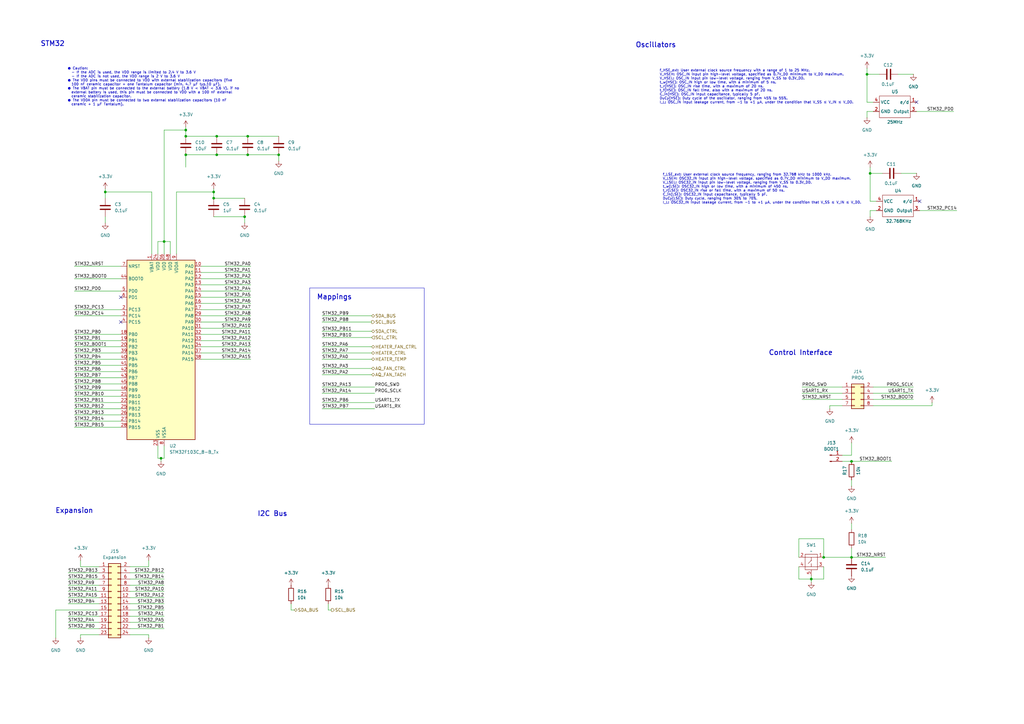
<source format=kicad_sch>
(kicad_sch (version 20231120) (generator "eeschema") (generator_version "8.0")
  (paper "A3")
  (lib_symbols
    (symbol "Connector:Conn_01x02_Pin" (pin_names (offset 1.016) hide)
      (property "Reference" "J" (at 0 2.54 0))
      (property "Value" "Conn_01x02_Pin" (at 0 -5.08 0))
      (symbol "Conn_01x02_Pin_1_1"
        (polyline (pts (xy 1.27 -2.54) (xy 0.8636 -2.54)) (stroke (width 0.1524)))
        (polyline (pts (xy 1.27 0) (xy 0.8636 0)) (stroke (width 0.1524)))
        (rectangle (start 0.8636 -2.413) (end 0 -2.667) (stroke (width 0.1524)) (fill (type outline)))
        (rectangle (start 0.8636 0.127) (end 0 -0.127) (stroke (width 0.1524)) (fill (type outline)))
        (pin passive line (at 5.08 0 180) (length 3.81) (name "Pin_1") (number "1"))
        (pin passive line (at 5.08 -2.54 180) (length 3.81) (name "Pin_2") (number "2"))
      )
    )
    (symbol "Connector_Generic:Conn_02x04_Odd_Even" (pin_names (offset 1.016) hide)
      (property "Reference" "J" (at 1.27 5.08 0))
      (property "Value" "Conn_02x04_Odd_Even" (at 1.27 -7.62 0))
      (symbol "Conn_02x04_Odd_Even_1_1"
        (rectangle (start -1.27 -4.953) (end 0 -5.207) (stroke (width 0.1524)))
        (rectangle (start -1.27 -2.413) (end 0 -2.667) (stroke (width 0.1524)))
        (rectangle (start -1.27 0.127) (end 0 -0.127) (stroke (width 0.1524)))
        (rectangle (start -1.27 2.667) (end 0 2.413) (stroke (width 0.1524)))
        (rectangle (start -1.27 3.81) (end 3.81 -6.35) (stroke (width 0.254)) (fill (type background)))
        (rectangle (start 3.81 -4.953) (end 2.54 -5.207) (stroke (width 0.1524)))
        (rectangle (start 3.81 -2.413) (end 2.54 -2.667) (stroke (width 0.1524)))
        (rectangle (start 3.81 0.127) (end 2.54 -0.127) (stroke (width 0.1524)))
        (rectangle (start 3.81 2.667) (end 2.54 2.413) (stroke (width 0.1524)))
        (pin passive line (at -5.08 2.54 0) (length 3.81) (name "Pin_1") (number "1"))
        (pin passive line (at 7.62 2.54 180) (length 3.81) (name "Pin_2") (number "2"))
        (pin passive line (at -5.08 0 0) (length 3.81) (name "Pin_3") (number "3"))
        (pin passive line (at 7.62 0 180) (length 3.81) (name "Pin_4") (number "4"))
        (pin passive line (at -5.08 -2.54 0) (length 3.81) (name "Pin_5") (number "5"))
        (pin passive line (at 7.62 -2.54 180) (length 3.81) (name "Pin_6") (number "6"))
        (pin passive line (at -5.08 -5.08 0) (length 3.81) (name "Pin_7") (number "7"))
        (pin passive line (at 7.62 -5.08 180) (length 3.81) (name "Pin_8") (number "8"))
      )
    )
    (symbol "Connector_Generic:Conn_02x12_Odd_Even" (pin_names (offset 1.016) hide)
      (property "Reference" "J" (at 1.27 15.24 0))
      (property "Value" "Conn_02x12_Odd_Even" (at 1.27 -17.78 0))
      (symbol "Conn_02x12_Odd_Even_1_1"
        (rectangle (start -1.27 -15.113) (end 0 -15.367) (stroke (width 0.1524)))
        (rectangle (start -1.27 -12.573) (end 0 -12.827) (stroke (width 0.1524)))
        (rectangle (start -1.27 -10.033) (end 0 -10.287) (stroke (width 0.1524)))
        (rectangle (start -1.27 -7.493) (end 0 -7.747) (stroke (width 0.1524)))
        (rectangle (start -1.27 -4.953) (end 0 -5.207) (stroke (width 0.1524)))
        (rectangle (start -1.27 -2.413) (end 0 -2.667) (stroke (width 0.1524)))
        (rectangle (start -1.27 0.127) (end 0 -0.127) (stroke (width 0.1524)))
        (rectangle (start -1.27 2.667) (end 0 2.413) (stroke (width 0.1524)))
        (rectangle (start -1.27 5.207) (end 0 4.953) (stroke (width 0.1524)))
        (rectangle (start -1.27 7.747) (end 0 7.493) (stroke (width 0.1524)))
        (rectangle (start -1.27 10.287) (end 0 10.033) (stroke (width 0.1524)))
        (rectangle (start -1.27 12.827) (end 0 12.573) (stroke (width 0.1524)))
        (rectangle (start -1.27 13.97) (end 3.81 -16.51) (stroke (width 0.254)) (fill (type background)))
        (rectangle (start 3.81 -15.113) (end 2.54 -15.367) (stroke (width 0.1524)))
        (rectangle (start 3.81 -12.573) (end 2.54 -12.827) (stroke (width 0.1524)))
        (rectangle (start 3.81 -10.033) (end 2.54 -10.287) (stroke (width 0.1524)))
        (rectangle (start 3.81 -7.493) (end 2.54 -7.747) (stroke (width 0.1524)))
        (rectangle (start 3.81 -4.953) (end 2.54 -5.207) (stroke (width 0.1524)))
        (rectangle (start 3.81 -2.413) (end 2.54 -2.667) (stroke (width 0.1524)))
        (rectangle (start 3.81 0.127) (end 2.54 -0.127) (stroke (width 0.1524)))
        (rectangle (start 3.81 2.667) (end 2.54 2.413) (stroke (width 0.1524)))
        (rectangle (start 3.81 5.207) (end 2.54 4.953) (stroke (width 0.1524)))
        (rectangle (start 3.81 7.747) (end 2.54 7.493) (stroke (width 0.1524)))
        (rectangle (start 3.81 10.287) (end 2.54 10.033) (stroke (width 0.1524)))
        (rectangle (start 3.81 12.827) (end 2.54 12.573) (stroke (width 0.1524)))
        (pin passive line (at -5.08 12.7 0) (length 3.81) (name "Pin_1") (number "1"))
        (pin passive line (at 7.62 2.54 180) (length 3.81) (name "Pin_10") (number "10"))
        (pin passive line (at -5.08 0 0) (length 3.81) (name "Pin_11") (number "11"))
        (pin passive line (at 7.62 0 180) (length 3.81) (name "Pin_12") (number "12"))
        (pin passive line (at -5.08 -2.54 0) (length 3.81) (name "Pin_13") (number "13"))
        (pin passive line (at 7.62 -2.54 180) (length 3.81) (name "Pin_14") (number "14"))
        (pin passive line (at -5.08 -5.08 0) (length 3.81) (name "Pin_15") (number "15"))
        (pin passive line (at 7.62 -5.08 180) (length 3.81) (name "Pin_16") (number "16"))
        (pin passive line (at -5.08 -7.62 0) (length 3.81) (name "Pin_17") (number "17"))
        (pin passive line (at 7.62 -7.62 180) (length 3.81) (name "Pin_18") (number "18"))
        (pin passive line (at -5.08 -10.16 0) (length 3.81) (name "Pin_19") (number "19"))
        (pin passive line (at 7.62 12.7 180) (length 3.81) (name "Pin_2") (number "2"))
        (pin passive line (at 7.62 -10.16 180) (length 3.81) (name "Pin_20") (number "20"))
        (pin passive line (at -5.08 -12.7 0) (length 3.81) (name "Pin_21") (number "21"))
        (pin passive line (at 7.62 -12.7 180) (length 3.81) (name "Pin_22") (number "22"))
        (pin passive line (at -5.08 -15.24 0) (length 3.81) (name "Pin_23") (number "23"))
        (pin passive line (at 7.62 -15.24 180) (length 3.81) (name "Pin_24") (number "24"))
        (pin passive line (at -5.08 10.16 0) (length 3.81) (name "Pin_3") (number "3"))
        (pin passive line (at 7.62 10.16 180) (length 3.81) (name "Pin_4") (number "4"))
        (pin passive line (at -5.08 7.62 0) (length 3.81) (name "Pin_5") (number "5"))
        (pin passive line (at 7.62 7.62 180) (length 3.81) (name "Pin_6") (number "6"))
        (pin passive line (at -5.08 5.08 0) (length 3.81) (name "Pin_7") (number "7"))
        (pin passive line (at 7.62 5.08 180) (length 3.81) (name "Pin_8") (number "8"))
        (pin passive line (at -5.08 2.54 0) (length 3.81) (name "Pin_9") (number "9"))
      )
    )
    (symbol "Device:C" (pin_numbers hide) (pin_names (offset 0.254))
      (property "Reference" "C" (at 0.635 2.54 0))
      (property "Value" "C" (at 0.635 -2.54 0))
      (symbol "C_0_1"
        (polyline (pts (xy -2.032 -0.762) (xy 2.032 -0.762)) (stroke (width 0.508)))
        (polyline (pts (xy -2.032 0.762) (xy 2.032 0.762)) (stroke (width 0.508)))
      )
      (symbol "C_1_1"
        (pin passive line (at 0 3.81 270) (length 2.794) (name "~") (number "1"))
        (pin passive line (at 0 -3.81 90) (length 2.794) (name "~") (number "2"))
      )
    )
    (symbol "Device:R" (pin_numbers hide) (pin_names (offset 0))
      (property "Reference" "R" (at 2.032 0 90))
      (property "Value" "R" (at 0 0 90))
      (symbol "R_0_1"
        (rectangle (start -1.016 -2.54) (end 1.016 2.54) (stroke (width 0.254)))
      )
      (symbol "R_1_1"
        (pin passive line (at 0 3.81 270) (length 1.27) (name "~") (number "1"))
        (pin passive line (at 0 -3.81 90) (length 1.27) (name "~") (number "2"))
      )
    )
    (symbol "MCU_ST_STM32F1:STM32F103C_8-B_Tx"
      (property "Reference" "U" (at -12.7 39.37 0))
      (property "Value" "STM32F103C_8-B_Tx" (at 10.16 39.37 0))
      (symbol "STM32F103C_8-B_Tx_0_1"
        (rectangle (start -12.7 -35.56) (end 15.24 38.1) (stroke (width 0.254)) (fill (type background)))
      )
      (symbol "STM32F103C_8-B_Tx_1_1"
        (pin power_in line (at -2.54 40.64 270) (length 2.54) (name "VBAT") (number "1"))
        (pin bidirectional line (at 17.78 35.56 180) (length 2.54) (name "PA0") (number "10"))
        (pin bidirectional line (at 17.78 33.02 180) (length 2.54) (name "PA1") (number "11"))
        (pin bidirectional line (at 17.78 30.48 180) (length 2.54) (name "PA2") (number "12"))
        (pin bidirectional line (at 17.78 27.94 180) (length 2.54) (name "PA3") (number "13"))
        (pin bidirectional line (at 17.78 25.4 180) (length 2.54) (name "PA4") (number "14"))
        (pin bidirectional line (at 17.78 22.86 180) (length 2.54) (name "PA5") (number "15"))
        (pin bidirectional line (at 17.78 20.32 180) (length 2.54) (name "PA6") (number "16"))
        (pin bidirectional line (at 17.78 17.78 180) (length 2.54) (name "PA7") (number "17"))
        (pin bidirectional line (at -15.24 7.62 0) (length 2.54) (name "PB0") (number "18"))
        (pin bidirectional line (at -15.24 5.08 0) (length 2.54) (name "PB1") (number "19"))
        (pin bidirectional line (at -15.24 17.78 0) (length 2.54) (name "PC13") (number "2"))
        (pin bidirectional line (at -15.24 2.54 0) (length 2.54) (name "PB2") (number "20"))
        (pin bidirectional line (at -15.24 -17.78 0) (length 2.54) (name "PB10") (number "21"))
        (pin bidirectional line (at -15.24 -20.32 0) (length 2.54) (name "PB11") (number "22"))
        (pin power_in line (at 0 -38.1 90) (length 2.54) (name "VSS") (number "23"))
        (pin power_in line (at 0 40.64 270) (length 2.54) (name "VDD") (number "24"))
        (pin bidirectional line (at -15.24 -22.86 0) (length 2.54) (name "PB12") (number "25"))
        (pin bidirectional line (at -15.24 -25.4 0) (length 2.54) (name "PB13") (number "26"))
        (pin bidirectional line (at -15.24 -27.94 0) (length 2.54) (name "PB14") (number "27"))
        (pin bidirectional line (at -15.24 -30.48 0) (length 2.54) (name "PB15") (number "28"))
        (pin bidirectional line (at 17.78 15.24 180) (length 2.54) (name "PA8") (number "29"))
        (pin bidirectional line (at -15.24 15.24 0) (length 2.54) (name "PC14") (number "3"))
        (pin bidirectional line (at 17.78 12.7 180) (length 2.54) (name "PA9") (number "30"))
        (pin bidirectional line (at 17.78 10.16 180) (length 2.54) (name "PA10") (number "31"))
        (pin bidirectional line (at 17.78 7.62 180) (length 2.54) (name "PA11") (number "32"))
        (pin bidirectional line (at 17.78 5.08 180) (length 2.54) (name "PA12") (number "33"))
        (pin bidirectional line (at 17.78 2.54 180) (length 2.54) (name "PA13") (number "34"))
        (pin passive line (at 0 -38.1 90) (length 2.54) hide (name "VSS") (number "35"))
        (pin power_in line (at 2.54 40.64 270) (length 2.54) (name "VDD") (number "36"))
        (pin bidirectional line (at 17.78 0 180) (length 2.54) (name "PA14") (number "37"))
        (pin bidirectional line (at 17.78 -2.54 180) (length 2.54) (name "PA15") (number "38"))
        (pin bidirectional line (at -15.24 0 0) (length 2.54) (name "PB3") (number "39"))
        (pin bidirectional line (at -15.24 12.7 0) (length 2.54) (name "PC15") (number "4"))
        (pin bidirectional line (at -15.24 -2.54 0) (length 2.54) (name "PB4") (number "40"))
        (pin bidirectional line (at -15.24 -5.08 0) (length 2.54) (name "PB5") (number "41"))
        (pin bidirectional line (at -15.24 -7.62 0) (length 2.54) (name "PB6") (number "42"))
        (pin bidirectional line (at -15.24 -10.16 0) (length 2.54) (name "PB7") (number "43"))
        (pin input line (at -15.24 30.48 0) (length 2.54) (name "BOOT0") (number "44"))
        (pin bidirectional line (at -15.24 -12.7 0) (length 2.54) (name "PB8") (number "45"))
        (pin bidirectional line (at -15.24 -15.24 0) (length 2.54) (name "PB9") (number "46"))
        (pin passive line (at 0 -38.1 90) (length 2.54) hide (name "VSS") (number "47"))
        (pin power_in line (at 5.08 40.64 270) (length 2.54) (name "VDD") (number "48"))
        (pin bidirectional line (at -15.24 25.4 0) (length 2.54) (name "PD0") (number "5"))
        (pin bidirectional line (at -15.24 22.86 0) (length 2.54) (name "PD1") (number "6"))
        (pin input line (at -15.24 35.56 0) (length 2.54) (name "NRST") (number "7"))
        (pin power_in line (at 2.54 -38.1 90) (length 2.54) (name "VSSA") (number "8"))
        (pin power_in line (at 7.62 40.64 270) (length 2.54) (name "VDDA") (number "9"))
      )
    )
    (symbol "Switch:TS3315A"
      (property "Reference" "SW1" (at 0 2.54 0))
      (property "Value" "~" (at 0 0 0))
      (symbol "TS3315A_0_1"
        (rectangle (start -2.54 -1.27) (end 2.54 -7.62))
        (circle (center 0 -3.81) (radius 0.0001))
        (polyline (pts (xy -2.54 -6.35) (xy 2.54 -6.35)))
        (polyline (pts (xy -2.54 -2.54) (xy 2.54 -2.54)))
        (polyline (pts (xy 0 -6.35) (xy 0 -5.08)))
        (polyline (pts (xy 0 -3.81) (xy 1.27 -5.08)))
        (polyline (pts (xy 0 -2.54) (xy 0 -3.81)))
      )
      (symbol "TS3315A_1_1"
        (pin free line (at -5.08 -2.54 0) (length 2.54) (name "") (number "1"))
        (pin free line (at 5.08 -2.54 180) (length 2.54) (name "") (number "2"))
        (pin free line (at -5.08 -6.35 0) (length 2.54) (name "") (number "3"))
        (pin free line (at 5.08 -6.35 180) (length 2.54) (name "") (number "4"))
        (pin power_out line (at 0 -10.16 90) (length 2.54) (name "") (number "5"))
      )
    )
    (symbol "ot322525mjba4sl:OT322525MJBA4SL"
      (property "Reference" "U5" (at 0 0.508 0))
      (property "Value" "25MHz" (at 0 -11.938 0))
      (symbol "OT322525MJBA4SL_0_1"
        (rectangle (start -6.35 -1.27) (end 6.35 -10.16))
      )
      (symbol "OT322525MJBA4SL_1_1"
        (pin input line (at 8.89 -3.81 180) (length 2.54) (name "e/d") (number "1"))
        (pin power_out line (at -8.89 -7.62 0) (length 2.54) (name "GND") (number "2"))
        (pin output line (at 8.89 -7.62 180) (length 2.54) (name "Output") (number "3"))
        (pin power_in line (at -8.89 -3.81 0) (length 2.54) (name "VCC") (number "4"))
      )
    )
    (symbol "power:+3.3V" (power) (pin_numbers hide) (pin_names (offset 0) hide)
      (property "Value" "+3.3V" (at 0 3.556 0))
      (symbol "+3.3V_0_1"
        (polyline (pts (xy -0.762 1.27) (xy 0 2.54)))
        (polyline (pts (xy 0 0) (xy 0 2.54)))
        (polyline (pts (xy 0 2.54) (xy 0.762 1.27)))
      )
      (symbol "+3.3V_1_1"
        (pin power_in line (at 0 0 90) (length 0) (name "~") (number "1"))
      )
    )
    (symbol "power:GND" (power) (pin_numbers hide) (pin_names (offset 0) hide)
      (property "Value" "GND" (at 0 -3.81 0))
      (symbol "GND_0_1"
        (polyline (pts (xy 0 0) (xy 0 -1.27) (xy 1.27 -1.27) (xy 0 -2.54) (xy -1.27 -1.27) (xy 0 -1.27)))
      )
      (symbol "GND_1_1"
        (pin power_in line (at 0 0 270) (length 0) (name "~") (number "1"))
      )
    )
    (symbol "sx3m32.768km20f30tnn:SX3M32.768KM20F30TNN"
      (property "Reference" "U4" (at 0 0.508 0))
      (property "Value" "32.768KHz" (at 0.254 -11.938 0))
      (symbol "SX3M32.768KM20F30TNN_0_1"
        (rectangle (start -6.35 -1.27) (end 6.35 -10.16))
      )
      (symbol "SX3M32.768KM20F30TNN_1_1"
        (pin input line (at 8.89 -3.81 180) (length 2.54) (name "e/d") (number "1"))
        (pin power_out line (at -8.89 -7.62 0) (length 2.54) (name "GND") (number "2"))
        (pin output line (at 8.89 -7.62 180) (length 2.54) (name "Output") (number "3"))
        (pin power_in line (at -8.89 -3.81 0) (length 2.54) (name "VCC") (number "4"))
      )
    )
  )
  (junction (at 355.6 30.48))
  (junction (at 88.9 63.5))
  (junction (at 43.18 78.74))
  (junction (at 349.25 189.23))
  (junction (at 101.6 55.88))
  (junction (at 337.82 228.6))
  (junction (at 76.2 63.5))
  (junction (at 332.74 237.49))
  (junction (at 76.2 55.88))
  (junction (at 349.25 228.6))
  (junction (at 76.2 53.34))
  (junction (at 356.87 71.12))
  (junction (at 101.6 63.5))
  (junction (at 66.04 187.96))
  (junction (at 88.9 55.88))
  (junction (at 67.31 99.06))
  (junction (at 100.33 88.9))
  (junction (at 87.63 78.74))
  (junction (at 87.63 81.28))
  (junction (at 114.3 63.5))
  (no_connect (at 377.19 82.55))
  (no_connect (at 49.53 121.92))
  (no_connect (at 49.53 132.08))
  (no_connect (at 375.92 41.91))
  (wire (pts (xy 358.14 158.75) (xy 374.65 158.75)))
  (wire (pts (xy 132.08 165.1) (xy 153.67 165.1)))
  (wire (pts (xy 345.44 166.37) (xy 340.36 166.37)))
  (wire (pts (xy 27.94 234.95) (xy 40.64 234.95)))
  (wire (pts (xy 53.34 237.49) (xy 67.31 237.49)))
  (wire (pts (xy 27.94 257.81) (xy 40.64 257.81)))
  (wire (pts (xy 30.48 119.38) (xy 49.53 119.38)))
  (wire (pts (xy 64.77 104.14) (xy 64.77 99.06)))
  (wire (pts (xy 152.4 151.13) (xy 132.08 151.13)))
  (wire (pts (xy 67.31 99.06) (xy 67.31 53.34)))
  (wire (pts (xy 132.08 135.89) (xy 152.4 135.89)))
  (wire (pts (xy 356.87 71.12) (xy 361.95 71.12)))
  (wire (pts (xy 349.25 196.85) (xy 349.25 199.39)))
  (wire (pts (xy 30.48 129.54) (xy 49.53 129.54)))
  (wire (pts (xy 349.25 186.69) (xy 345.44 186.69)))
  (wire (pts (xy 67.31 187.96) (xy 66.04 187.96)))
  (wire (pts (xy 43.18 88.9) (xy 43.18 91.44)))
  (wire (pts (xy 327.66 237.49) (xy 332.74 237.49)))
  (wire (pts (xy 359.41 82.55) (xy 356.87 82.55)))
  (wire (pts (xy 30.48 114.3) (xy 49.53 114.3)))
  (wire (pts (xy 40.64 260.35) (xy 33.02 260.35)))
  (wire (pts (xy 62.23 78.74) (xy 43.18 78.74)))
  (wire (pts (xy 356.87 68.58) (xy 356.87 71.12)))
  (wire (pts (xy 33.02 260.35) (xy 33.02 261.62)))
  (wire (pts (xy 82.55 124.46) (xy 102.87 124.46)))
  (wire (pts (xy 355.6 41.91) (xy 355.6 30.48)))
  (wire (pts (xy 53.34 245.11) (xy 67.31 245.11)))
  (wire (pts (xy 76.2 63.5) (xy 88.9 63.5)))
  (wire (pts (xy 82.55 111.76) (xy 102.87 111.76)))
  (wire (pts (xy 67.31 99.06) (xy 69.85 99.06)))
  (wire (pts (xy 22.86 261.62) (xy 22.86 250.19)))
  (wire (pts (xy 132.08 161.29) (xy 153.67 161.29)))
  (wire (pts (xy 345.44 161.29) (xy 328.93 161.29)))
  (wire (pts (xy 374.65 163.83) (xy 358.14 163.83)))
  (wire (pts (xy 349.25 189.23) (xy 365.76 189.23)))
  (wire (pts (xy 60.96 260.35) (xy 60.96 261.62)))
  (wire (pts (xy 349.25 228.6) (xy 363.22 228.6)))
  (wire (pts (xy 358.14 41.91) (xy 355.6 41.91)))
  (wire (pts (xy 67.31 182.88) (xy 67.31 187.96)))
  (wire (pts (xy 53.34 242.57) (xy 67.31 242.57)))
  (wire (pts (xy 82.55 129.54) (xy 102.87 129.54)))
  (wire (pts (xy 76.2 53.34) (xy 76.2 55.88)))
  (wire (pts (xy 87.63 77.47) (xy 87.63 78.74)))
  (wire (pts (xy 391.16 45.72) (xy 375.92 45.72)))
  (wire (pts (xy 132.08 129.54) (xy 152.4 129.54)))
  (wire (pts (xy 369.57 71.12) (xy 375.92 71.12)))
  (wire (pts (xy 332.74 238.76) (xy 332.74 237.49)))
  (wire (pts (xy 88.9 63.5) (xy 101.6 63.5)))
  (wire (pts (xy 358.14 45.72) (xy 355.6 45.72)))
  (wire (pts (xy 22.86 250.19) (xy 40.64 250.19)))
  (wire (pts (xy 134.62 250.19) (xy 135.89 250.19)))
  (wire (pts (xy 53.34 250.19) (xy 67.31 250.19)))
  (wire (pts (xy 30.48 165.1) (xy 49.53 165.1)))
  (wire (pts (xy 337.82 220.98) (xy 327.66 220.98)))
  (wire (pts (xy 82.55 127) (xy 102.87 127)))
  (wire (pts (xy 53.34 252.73) (xy 67.31 252.73)))
  (wire (pts (xy 30.48 160.02) (xy 49.53 160.02)))
  (wire (pts (xy 332.74 237.49) (xy 332.74 236.22)))
  (wire (pts (xy 392.43 86.36) (xy 377.19 86.36)))
  (wire (pts (xy 132.08 138.43) (xy 152.4 138.43)))
  (wire (pts (xy 134.62 247.65) (xy 134.62 250.19)))
  (wire (pts (xy 382.27 166.37) (xy 382.27 165.1)))
  (wire (pts (xy 53.34 255.27) (xy 67.31 255.27)))
  (wire (pts (xy 358.14 161.29) (xy 374.65 161.29)))
  (wire (pts (xy 359.41 86.36) (xy 356.87 86.36)))
  (wire (pts (xy 30.48 149.86) (xy 49.53 149.86)))
  (wire (pts (xy 30.48 154.94) (xy 49.53 154.94)))
  (wire (pts (xy 358.14 166.37) (xy 382.27 166.37)))
  (wire (pts (xy 337.82 228.6) (xy 349.25 228.6)))
  (wire (pts (xy 114.3 63.5) (xy 114.3 66.04)))
  (wire (pts (xy 87.63 88.9) (xy 100.33 88.9)))
  (wire (pts (xy 132.08 144.78) (xy 152.4 144.78)))
  (wire (pts (xy 340.36 166.37) (xy 340.36 167.64)))
  (wire (pts (xy 82.55 139.7) (xy 102.87 139.7)))
  (wire (pts (xy 82.55 137.16) (xy 102.87 137.16)))
  (wire (pts (xy 82.55 134.62) (xy 102.87 134.62)))
  (wire (pts (xy 345.44 163.83) (xy 328.93 163.83)))
  (wire (pts (xy 53.34 260.35) (xy 60.96 260.35)))
  (wire (pts (xy 30.48 172.72) (xy 49.53 172.72)))
  (wire (pts (xy 355.6 45.72) (xy 355.6 48.26)))
  (wire (pts (xy 87.63 78.74) (xy 87.63 81.28)))
  (wire (pts (xy 132.08 147.32) (xy 152.4 147.32)))
  (wire (pts (xy 66.04 187.96) (xy 66.04 189.23)))
  (wire (pts (xy 33.02 232.41) (xy 40.64 232.41)))
  (wire (pts (xy 101.6 63.5) (xy 114.3 63.5)))
  (wire (pts (xy 82.55 132.08) (xy 102.87 132.08)))
  (wire (pts (xy 30.48 157.48) (xy 49.53 157.48)))
  (wire (pts (xy 43.18 77.47) (xy 43.18 78.74)))
  (wire (pts (xy 119.38 247.65) (xy 119.38 250.19)))
  (wire (pts (xy 337.82 237.49) (xy 332.74 237.49)))
  (wire (pts (xy 30.48 137.16) (xy 49.53 137.16)))
  (wire (pts (xy 30.48 167.64) (xy 49.53 167.64)))
  (wire (pts (xy 327.66 232.41) (xy 327.66 237.49)))
  (wire (pts (xy 53.34 247.65) (xy 67.31 247.65)))
  (wire (pts (xy 337.82 232.41) (xy 337.82 237.49)))
  (wire (pts (xy 33.02 229.87) (xy 33.02 232.41)))
  (wire (pts (xy 43.18 78.74) (xy 43.18 81.28)))
  (wire (pts (xy 27.94 247.65) (xy 40.64 247.65)))
  (wire (pts (xy 27.94 252.73) (xy 40.64 252.73)))
  (wire (pts (xy 30.48 175.26) (xy 49.53 175.26)))
  (wire (pts (xy 30.48 109.22) (xy 49.53 109.22)))
  (wire (pts (xy 345.44 158.75) (xy 328.93 158.75)))
  (wire (pts (xy 349.25 214.63) (xy 349.25 217.17)))
  (wire (pts (xy 30.48 147.32) (xy 49.53 147.32)))
  (wire (pts (xy 82.55 144.78) (xy 102.87 144.78)))
  (wire (pts (xy 132.08 167.64) (xy 153.67 167.64)))
  (wire (pts (xy 30.48 139.7) (xy 49.53 139.7)))
  (wire (pts (xy 355.6 27.94) (xy 355.6 30.48)))
  (wire (pts (xy 69.85 99.06) (xy 69.85 104.14)))
  (wire (pts (xy 27.94 240.03) (xy 40.64 240.03)))
  (wire (pts (xy 27.94 255.27) (xy 40.64 255.27)))
  (wire (pts (xy 27.94 242.57) (xy 40.64 242.57)))
  (wire (pts (xy 368.3 30.48) (xy 374.65 30.48)))
  (wire (pts (xy 355.6 30.48) (xy 360.68 30.48)))
  (wire (pts (xy 30.48 170.18) (xy 49.53 170.18)))
  (wire (pts (xy 100.33 88.9) (xy 100.33 91.44)))
  (wire (pts (xy 72.39 78.74) (xy 87.63 78.74)))
  (wire (pts (xy 82.55 116.84) (xy 102.87 116.84)))
  (wire (pts (xy 82.55 121.92) (xy 102.87 121.92)))
  (wire (pts (xy 132.08 142.24) (xy 152.4 142.24)))
  (wire (pts (xy 356.87 86.36) (xy 356.87 88.9)))
  (wire (pts (xy 27.94 237.49) (xy 40.64 237.49)))
  (wire (pts (xy 82.55 109.22) (xy 102.87 109.22)))
  (wire (pts (xy 337.82 228.6) (xy 337.82 220.98)))
  (wire (pts (xy 76.2 68.58) (xy 76.2 63.5)))
  (wire (pts (xy 53.34 240.03) (xy 67.31 240.03)))
  (wire (pts (xy 76.2 52.07) (xy 76.2 53.34)))
  (wire (pts (xy 53.34 257.81) (xy 67.31 257.81)))
  (wire (pts (xy 76.2 55.88) (xy 88.9 55.88)))
  (wire (pts (xy 82.55 119.38) (xy 102.87 119.38)))
  (wire (pts (xy 101.6 55.88) (xy 114.3 55.88)))
  (wire (pts (xy 82.55 147.32) (xy 102.87 147.32)))
  (wire (pts (xy 67.31 99.06) (xy 67.31 104.14)))
  (wire (pts (xy 88.9 55.88) (xy 101.6 55.88)))
  (wire (pts (xy 60.96 232.41) (xy 53.34 232.41)))
  (wire (pts (xy 62.23 104.14) (xy 62.23 78.74)))
  (wire (pts (xy 72.39 104.14) (xy 72.39 78.74)))
  (wire (pts (xy 356.87 82.55) (xy 356.87 71.12)))
  (wire (pts (xy 66.04 187.96) (xy 64.77 187.96)))
  (wire (pts (xy 30.48 127) (xy 49.53 127)))
  (wire (pts (xy 67.31 53.34) (xy 76.2 53.34)))
  (wire (pts (xy 132.08 158.75) (xy 153.67 158.75)))
  (wire (pts (xy 60.96 229.87) (xy 60.96 232.41)))
  (wire (pts (xy 349.25 189.23) (xy 345.44 189.23)))
  (wire (pts (xy 327.66 220.98) (xy 327.66 228.6)))
  (wire (pts (xy 30.48 152.4) (xy 49.53 152.4)))
  (wire (pts (xy 30.48 144.78) (xy 49.53 144.78)))
  (wire (pts (xy 82.55 142.24) (xy 102.87 142.24)))
  (wire (pts (xy 27.94 245.11) (xy 40.64 245.11)))
  (wire (pts (xy 87.63 81.28) (xy 100.33 81.28)))
  (wire (pts (xy 53.34 234.95) (xy 67.31 234.95)))
  (wire (pts (xy 30.48 162.56) (xy 49.53 162.56)))
  (wire (pts (xy 64.77 187.96) (xy 64.77 182.88)))
  (wire (pts (xy 152.4 153.67) (xy 132.08 153.67)))
  (wire (pts (xy 132.08 132.08) (xy 152.4 132.08)))
  (wire (pts (xy 30.48 142.24) (xy 49.53 142.24)))
  (wire (pts (xy 349.25 224.79) (xy 349.25 228.6)))
  (wire (pts (xy 64.77 99.06) (xy 67.31 99.06)))
  (wire (pts (xy 82.55 114.3) (xy 102.87 114.3)))
  (wire (pts (xy 119.38 250.19) (xy 120.65 250.19)))
  (wire (pts (xy 349.25 181.61) (xy 349.25 186.69)))
  (rectangle (start 127 118.11) (end 173.99 173.99))
  (text "● Caution:\n  - If the ADC is used, the VDD range is limited to 2.4 V to 3.6 V\n  - If the ADC is not used, the VDD range is 2 V to 3.6 V\n● The VDD pins must be connected to VDD with external stabilization capacitors (five\n  100 nF ceramic capacitor + one Tantalum capacitor (min. 4.7 µF typ.10 µF).\n● The VBAT pin must be connected to the external battery (1.8 V < VBAT < 3.6 V). if no\n  external battery is used, this pin must be connected to VDD with a 100 nF external\n  ceramic stabilization capacitor.\n● The VDDA pin must be connected to two external stabilization capacitors (10 nF\n  ceramic + 1 µF Tantalum)." (at 27.686 35.56 0) (effects (font (size 1.016 1.016)) (justify left)))
  (text "f_HSE_ext: User external clock source frequency with a range of 1 to 25 MHz.\nV_HSEH: OSC_IN input pin high-level voltage, specified as 0.7V_DD minimum to V_DD maximum.\nV_HSEL: OSC_IN input pin low-level voltage, ranging from V_SS to 0.3V_DD.\nt_w(HSE): OSC_IN high or low time, with a minimum of 5 ns.\nt_r(HSE): OSC_IN rise time, with a maximum of 20 ns.\nt_f(HSE): OSC_IN fall time, also with a maximum of 20 ns.\nC_in(HSE): OSC_IN input capacitance, typically 5 pF.\nDuCy(HSE): Duty cycle of the oscillator, ranging from 45% to 55%.\nI_L: OSC_IN input leakage current, from -1 to +1 µA, under the condition that V_SS ≤ V_IN ≤ V_DD." (at 270.51 35.56 0) (effects (font (size 1.016 1.016)) (justify left)))
  (text "Expansion" (at 30.48 209.55 0) (effects (font (size 2.032 2.032) (thickness 0.3048) (bold yes))))
  (text "Oscillators" (at 268.986 18.542 0) (effects (font (size 2.032 2.032) (thickness 0.3048) (bold yes))))
  (text "Control Interface" (at 328.422 144.78 0) (effects (font (size 2.032 2.032) (thickness 0.3048) (bold yes))))
  (text "STM32" (at 21.59 18.034 0) (effects (font (size 2.032 2.032) (thickness 0.3048) (bold yes))))
  (text "I2C Bus" (at 111.76 210.82 0) (effects (font (size 2.032 2.032) (thickness 0.3048) (bold yes))))
  (text "Mappings" (at 137.16 121.92 0) (effects (font (size 2.032 2.032) (thickness 0.3048) (bold yes))))
  (text "f_LSE_ext: User external clock source frequency, ranging from 32.768 kHz to 1000 kHz.\nV_LSEH: OSC32_IN input pin high-level voltage, specified as 0.7V_DD minimum to V_DD maximum.\nV_LSEL: OSC32_IN input pin low-level voltage, ranging from V_SS to 0.3V_DD.\nt_w(LSE): OSC32_IN high or low time, with a minimum of 450 ns.\nt_r(LSE): OSC32_IN rise or fall time, with a maximum of 50 ns.\nC_in(LSE): OSC32_IN input capacitance, typically 5 pF.\nDuCy(LSE): Duty cycle, ranging from 30% to 70%.\nI_L: OSC32_IN input leakage current, from -1 to +1 µA, under the condition that V_SS ≤ V_IN ≤ V_DD." (at 271.78 77.47 0) (effects (font (size 1.016 1.016)) (justify left)))
  (label "STM32_PB11" (at 30.48 165.1 0))
  (label "STM32_PA12" (at 102.87 139.7 180))
  (label "STM32_PA15" (at 27.94 245.11 0))
  (label "STM32_PA8" (at 67.31 240.03 180))
  (label "STM32_PA14" (at 102.87 144.78 180))
  (label "STM32_PB8" (at 132.08 132.08 0))
  (label "STM32_BOOT0" (at 30.48 114.3 0))
  (label "STM32_PA6" (at 132.08 142.24 0))
  (label "STM32_PB8" (at 30.48 157.48 0))
  (label "STM32_PB4" (at 30.48 147.32 0))
  (label "STM32_PA5" (at 67.31 255.27 180))
  (label "STM32_PB5" (at 30.48 149.86 0))
  (label "STM32_NRST" (at 363.22 228.6 180))
  (label "STM32_PB0" (at 30.48 137.16 0))
  (label "STM32_PB13" (at 27.94 234.95 0))
  (label "STM32_PA13" (at 132.08 158.75 0))
  (label "STM32_PA10" (at 67.31 242.57 180))
  (label "STM32_PB3" (at 67.31 247.65 180))
  (label "STM32_PB7" (at 132.08 167.64 0))
  (label "STM32_PB5" (at 67.31 250.19 180))
  (label "STM32_PB1" (at 30.48 139.7 0))
  (label "STM32_PD0" (at 30.48 119.38 0))
  (label "STM32_PA14" (at 132.08 161.29 0))
  (label "STM32_PA11" (at 102.87 137.16 180))
  (label "STM32_PB14" (at 67.31 237.49 180))
  (label "STM32_PC14" (at 392.43 86.36 180))
  (label "STM32_PA8" (at 102.87 129.54 180))
  (label "STM32_PA1" (at 67.31 252.73 180))
  (label "PROG_SCLK" (at 374.65 158.75 180))
  (label "PROG_SWD" (at 328.93 158.75 0))
  (label "STM32_PA5" (at 102.87 121.92 180))
  (label "STM32_PB12" (at 67.31 234.95 180))
  (label "PROG_SWD" (at 153.67 158.75 0))
  (label "USART1_TX" (at 153.67 165.1 0))
  (label "STM32_PB13" (at 30.48 170.18 0))
  (label "STM32_PB14" (at 30.48 172.72 0))
  (label "STM32_PA15" (at 102.87 147.32 180))
  (label "STM32_PA9" (at 27.94 240.03 0))
  (label "USART1_TX" (at 374.65 161.29 180))
  (label "STM32_PA13" (at 102.87 142.24 180))
  (label "STM32_PA7" (at 132.08 144.78 0))
  (label "STM32_PA4" (at 27.94 255.27 0))
  (label "STM32_PA0" (at 102.87 109.22 180))
  (label "STM32_PB3" (at 30.48 144.78 0))
  (label "STM32_PB1" (at 67.31 257.81 180))
  (label "USART1_RX" (at 328.93 161.29 0))
  (label "STM32_PC14" (at 30.48 129.54 0))
  (label "STM32_PA9" (at 102.87 132.08 180))
  (label "STM32_PA10" (at 102.87 134.62 180))
  (label "STM32_PB10" (at 132.08 138.43 0))
  (label "STM32_BOOT1" (at 30.48 142.24 0))
  (label "STM32_BOOT1" (at 365.76 189.23 180))
  (label "STM32_PB9" (at 30.48 160.02 0))
  (label "STM32_PB11" (at 132.08 135.89 0))
  (label "STM32_PB4" (at 27.94 247.65 0))
  (label "STM32_NRST" (at 328.93 163.83 0))
  (label "STM32_PA1" (at 102.87 111.76 180))
  (label "STM32_PA6" (at 102.87 124.46 180))
  (label "STM32_PB15" (at 27.94 237.49 0))
  (label "STM32_PB15" (at 30.48 175.26 0))
  (label "STM32_PA12" (at 67.31 245.11 180))
  (label "STM32_PA2" (at 132.08 153.67 0))
  (label "STM32_PB6" (at 30.48 152.4 0))
  (label "STM32_BOOT0" (at 374.65 163.83 180))
  (label "USART1_RX" (at 153.67 167.64 0))
  (label "STM32_NRST" (at 30.48 109.22 0))
  (label "STM32_PB6" (at 132.08 165.1 0))
  (label "STM32_PA11" (at 27.94 242.57 0))
  (label "STM32_PA7" (at 102.87 127 180))
  (label "STM32_PC13" (at 30.48 127 0))
  (label "STM32_PA2" (at 102.87 114.3 180))
  (label "PROG_SCLK" (at 153.67 161.29 0))
  (label "STM32_PA3" (at 132.08 151.13 0))
  (label "STM32_PA0" (at 132.08 147.32 0))
  (label "STM32_PB7" (at 30.48 154.94 0))
  (label "STM32_PB9" (at 132.08 129.54 0))
  (label "STM32_PC13" (at 27.94 252.73 0))
  (label "STM32_PD0" (at 391.16 45.72 180))
  (label "STM32_PB0" (at 27.94 257.81 0))
  (label "STM32_PA4" (at 102.87 119.38 180))
  (label "STM32_PB12" (at 30.48 167.64 0))
  (label "STM32_PA3" (at 102.87 116.84 180))
  (label "STM32_PB10" (at 30.48 162.56 0))
  (hierarchical_label "SCL_CTRL" (shape input) (at 152.4 138.43 0))
  (hierarchical_label "AQ_FAN_TACH" (shape bidirectional) (at 152.4 153.67 0))
  (hierarchical_label "SDA_BUS" (shape bidirectional) (at 120.65 250.19 0))
  (hierarchical_label "SDA_CTRL" (shape bidirectional) (at 152.4 135.89 0))
  (hierarchical_label "HEATER_FAN_CTRL" (shape bidirectional) (at 152.4 142.24 0))
  (hierarchical_label "HEATER_CTRL" (shape bidirectional) (at 152.4 144.78 0))
  (hierarchical_label "AQ_FAN_CTRL" (shape bidirectional) (at 152.4 151.13 0))
  (hierarchical_label "SDA_BUS" (shape bidirectional) (at 152.4 129.54 0))
  (hierarchical_label "HEATER_TEMP" (shape bidirectional) (at 152.4 147.32 0))
  (hierarchical_label "SCL_BUS" (shape output) (at 152.4 132.08 0))
  (hierarchical_label "SCL_BUS" (shape output) (at 135.89 250.19 0))
  (symbol (lib_id "power:+3.3V") (at 349.25 181.61 0) (unit 1)
    (property "Reference" "#PWR014" (effects (hide yes)))
    (property "Value" "+3.3V" (at 349.25 176.53 0))
    (property "Description" "Power symbol creates a global label with name \"+3.3V\"" (effects (hide yes)))
  )
  (symbol (lib_id "power:GND") (at 375.92 71.12 0) (unit 1)
    (property "Reference" "#PWR045" (effects (hide yes)))
    (property "Value" "GND" (at 375.92 76.2 0))
    (property "Description" "Power symbol creates a global label with name \"GND\" , ground" (effects (hide yes)))
  )
  (symbol (lib_id "Connector_Generic:Conn_02x12_Odd_Even") (at 45.72 245.11 0) (unit 1)
    (property "Reference" "J15" (at 46.99 226.06 0))
    (property "Value" "Expansion" (at 46.99 228.6 0))
    (property "Footprint" "Connector_PinHeader_2.54mm:PinHeader_2x12_P2.54mm_Vertical" (effects (hide yes)))
    (property "Description" "Generic connector, double row, 02x12, odd/even pin numbering scheme (row 1 odd numbers, row 2 even numbers), script generated (kicad-library-utils/schlib/autogen/connector/)" (effects (hide yes)))
  )
  (symbol (lib_id "Device:C") (at 87.63 85.09 0) (unit 1)
    (property "Reference" "C5" (at 91.44 83.8199 0) (effects (justify left)))
    (property "Value" "1uF" (at 91.44 86.3599 0) (effects (justify left)))
    (property "Footprint" "Capacitor_SMD:C_0805_2012Metric" (effects (hide yes)))
    (property "Description" "Unpolarized capacitor" (effects (hide yes)))
  )
  (symbol (lib_id "Switch:TS3315A") (at 332.74 226.06 0) (mirror y) (unit 1)
    (property "Reference" "SW1" (at 332.74 223.52 0))
    (property "Value" "~" (at 332.74 226.06 0))
    (property "Footprint" "Button_Switch_SMD:TS3315A" (effects (hide yes)))
  )
  (symbol (lib_id "power:GND") (at 33.02 261.62 0) (mirror y) (unit 1)
    (property "Reference" "#PWR058" (effects (hide yes)))
    (property "Value" "GND" (at 33.02 266.7 0))
    (property "Description" "Power symbol creates a global label with name \"GND\" , ground" (effects (hide yes)))
  )
  (symbol (lib_id "Device:C") (at 43.18 85.09 0) (unit 1)
    (property "Reference" "C3" (at 46.99 83.8199 0) (effects (justify left)))
    (property "Value" "0.1uF" (at 46.99 86.3599 0) (effects (justify left)))
    (property "Footprint" "Capacitor_SMD:C_0603_1608Metric" (effects (hide yes)))
    (property "Description" "Unpolarized capacitor" (effects (hide yes)))
  )
  (symbol (lib_id "power:+3.3V") (at 355.6 27.94 0) (unit 1)
    (property "Reference" "#PWR037" (effects (hide yes)))
    (property "Value" "+3.3V" (at 355.6 22.86 0))
    (property "Description" "Power symbol creates a global label with name \"+3.3V\"" (effects (hide yes)))
  )
  (symbol (lib_id "power:+3.3V") (at 382.27 165.1 0) (unit 1)
    (property "Reference" "#PWR048" (effects (hide yes)))
    (property "Value" "+3.3V" (at 382.27 160.02 0))
    (property "Description" "Power symbol creates a global label with name \"+3.3V\"" (effects (hide yes)))
  )
  (symbol (lib_id "power:+3.3V") (at 119.38 240.03 0) (unit 1)
    (property "Reference" "#PWR034" (effects (hide yes)))
    (property "Value" "+3.3V" (at 119.38 234.95 0))
    (property "Description" "Power symbol creates a global label with name \"+3.3V\"" (effects (hide yes)))
  )
  (symbol (lib_id "power:GND") (at 100.33 91.44 0) (unit 1)
    (property "Reference" "#PWR041" (effects (hide yes)))
    (property "Value" "GND" (at 100.33 96.52 0))
    (property "Description" "Power symbol creates a global label with name \"GND\" , ground" (effects (hide yes)))
  )
  (symbol (lib_id "power:+3.3V") (at 33.02 229.87 0) (unit 1)
    (property "Reference" "#PWR046" (effects (hide yes)))
    (property "Value" "+3.3V" (at 33.02 224.79 0))
    (property "Description" "Power symbol creates a global label with name \"+3.3V\"" (effects (hide yes)))
  )
  (symbol (lib_id "ot322525mjba4sl:OT322525MJBA4SL") (at 367.03 38.1 0) (unit 1)
    (property "Reference" "U5" (at 367.03 37.592 0))
    (property "Value" "25MHz" (at 367.03 50.038 0))
    (property "Footprint" "Oscillator:OT322525MJBA4SL" (effects (hide yes)))
    (property "Datasheet" "https://www.lcsc.com/datasheet/lcsc_datasheet_2304140030_YXC-OT322525MJBA4SL_C669088.pdf" (effects (hide yes)))
    (property "Description" "OT322525MJBA4SL" (effects (hide yes)))
  )
  (symbol (lib_id "power:GND") (at 60.96 261.62 0) (unit 1)
    (property "Reference" "#PWR060" (effects (hide yes)))
    (property "Value" "GND" (at 60.96 266.7 0))
    (property "Description" "Power symbol creates a global label with name \"GND\" , ground" (effects (hide yes)))
  )
  (symbol (lib_id "power:GND") (at 355.6 48.26 0) (unit 1)
    (property "Reference" "#PWR043" (effects (hide yes)))
    (property "Value" "GND" (at 355.6 53.34 0))
    (property "Description" "Power symbol creates a global label with name \"GND\" , ground" (effects (hide yes)))
  )
  (symbol (lib_id "power:GND") (at 43.18 91.44 0) (unit 1)
    (property "Reference" "#PWR042" (effects (hide yes)))
    (property "Value" "GND" (at 43.18 96.52 0))
    (property "Description" "Power symbol creates a global label with name \"GND\" , ground" (effects (hide yes)))
  )
  (symbol (lib_id "Device:R") (at 119.38 243.84 0) (unit 1)
    (property "Reference" "R16" (at 121.92 242.5699 0) (effects (justify left)))
    (property "Value" "10k" (at 121.92 245.1099 0) (effects (justify left)))
    (property "Footprint" "Resistor_SMD:R_0805_2012Metric" (effects (hide yes)))
    (property "Description" "Resistor" (effects (hide yes)))
  )
  (symbol (lib_id "Device:C") (at 101.6 59.69 0) (unit 1)
    (property "Reference" "C8" (at 105.41 58.4199 0) (effects (justify left)))
    (property "Value" "0.1uF" (at 105.41 60.9599 0) (effects (justify left)))
    (property "Footprint" "Capacitor_SMD:C_0603_1608Metric" (effects (hide yes)))
    (property "Description" "Unpolarized capacitor" (effects (hide yes)))
  )
  (symbol (lib_id "power:GND") (at 374.65 30.48 0) (unit 1)
    (property "Reference" "#PWR039" (effects (hide yes)))
    (property "Value" "GND" (at 374.65 35.56 0))
    (property "Description" "Power symbol creates a global label with name \"GND\" , ground" (effects (hide yes)))
  )
  (symbol (lib_id "Device:C") (at 114.3 59.69 0) (unit 1)
    (property "Reference" "C9" (at 118.11 58.4199 0) (effects (justify left)))
    (property "Value" "0.1uF" (at 118.11 60.9599 0) (effects (justify left)))
    (property "Footprint" "Capacitor_SMD:C_0603_1608Metric" (effects (hide yes)))
    (property "Description" "Unpolarized capacitor" (effects (hide yes)))
  )
  (symbol (lib_id "power:GND") (at 356.87 88.9 0) (unit 1)
    (property "Reference" "#PWR047" (effects (hide yes)))
    (property "Value" "GND" (at 356.87 93.98 0))
    (property "Description" "Power symbol creates a global label with name \"GND\" , ground" (effects (hide yes)))
  )
  (symbol (lib_id "Connector:Conn_01x02_Pin") (at 340.36 186.69 0) (unit 1)
    (property "Reference" "J13" (at 340.995 181.61 0))
    (property "Value" "BOOT1" (at 340.995 184.15 0))
    (property "Footprint" "Connector_PinHeader_2.54mm:PinHeader_1x02_P2.54mm_Vertical" (effects (hide yes)))
    (property "Description" "Generic connector, single row, 01x02, script generated" (effects (hide yes)))
  )
  (symbol (lib_id "power:+3.3V") (at 76.2 52.07 0) (unit 1)
    (property "Reference" "#PWR035" (effects (hide yes)))
    (property "Value" "+3.3V" (at 76.2 46.99 0))
    (property "Description" "Power symbol creates a global label with name \"+3.3V\"" (effects (hide yes)))
  )
  (symbol (lib_id "power:GND") (at 340.36 167.64 0) (mirror y) (unit 1)
    (property "Reference" "#PWR055" (effects (hide yes)))
    (property "Value" "GND" (at 340.36 172.72 0))
    (property "Description" "Power symbol creates a global label with name \"GND\" , ground" (effects (hide yes)))
  )
  (symbol (lib_id "power:GND") (at 349.25 199.39 0) (unit 1)
    (property "Reference" "#PWR012" (effects (hide yes)))
    (property "Value" "GND" (at 349.25 204.47 0))
    (property "Description" "Power symbol creates a global label with name \"GND\" , ground" (effects (hide yes)))
  )
  (symbol (lib_id "power:+3.3V") (at 134.62 240.03 0) (unit 1)
    (property "Reference" "#PWR062" (effects (hide yes)))
    (property "Value" "+3.3V" (at 134.62 234.95 0))
    (property "Description" "Power symbol creates a global label with name \"+3.3V\"" (effects (hide yes)))
  )
  (symbol (lib_id "power:+3.3V") (at 349.25 214.63 0) (unit 1)
    (property "Reference" "#PWR049" (effects (hide yes)))
    (property "Value" "+3.3V" (at 349.25 209.55 0))
    (property "Description" "Power symbol creates a global label with name \"+3.3V\"" (effects (hide yes)))
  )
  (symbol (lib_id "sx3m32.768km20f30tnn:SX3M32.768KM20F30TNN") (at 368.3 78.74 0) (unit 1)
    (property "Reference" "U4" (at 368.3 78.232 0))
    (property "Value" "32.768KHz" (at 368.554 90.678 0))
    (property "Footprint" "Oscillator:SX3M32.768" (effects (hide yes)))
    (property "Datasheet" "https://www.lcsc.com/datasheet/lcsc_datasheet_2110091030_Shenzhen-SCTF-Elec-SX3M32-768KM20F30TNN_C2901582.pdf" (effects (hide yes)))
    (property "Description" "SX3M32.768KM20F30TNN" (effects (hide yes)))
  )
  (symbol (lib_id "Connector_Generic:Conn_02x04_Odd_Even") (at 350.52 161.29 0) (unit 1)
    (property "Reference" "J14" (at 351.79 152.4 0))
    (property "Value" "PROG" (at 351.79 154.94 0))
    (property "Footprint" "Connector_PinHeader_2.54mm:PinHeader_2x04_P2.54mm_Vertical" (effects (hide yes)))
    (property "Description" "Generic connector, double row, 02x04, odd/even pin numbering scheme (row 1 odd numbers, row 2 even numbers), script generated (kicad-library-utils/schlib/autogen/connector/)" (effects (hide yes)))
  )
  (symbol (lib_id "MCU_ST_STM32F1:STM32F103C_8-B_Tx") (at 64.77 144.78 0) (unit 1)
    (property "Reference" "U2" (at 69.5041 182.88 0) (effects (justify left)))
    (property "Value" "STM32F103C_8-B_Tx" (at 69.5041 185.42 0) (effects (justify left)))
    (property "Footprint" "Package_QFP:LQFP-48_7x7mm_P0.5mm" (effects (hide yes)))
    (property "Datasheet" "https://www.st.com/resource/en/datasheet/stm32f103c8.pdf" (effects (hide yes)))
    (property "Description" "STMicroelectronics Arm Cortex-M3 MCU, 64-128KB flash, 20KB RAM, 72 MHz, 2.0-3.6V, 37 GPIO, LQFP48" (effects (hide yes)))
  )
  (symbol (lib_id "power:GND") (at 22.86 261.62 0) (mirror y) (unit 1)
    (property "Reference" "#PWR050" (effects (hide yes)))
    (property "Value" "GND" (at 22.86 266.7 0))
    (property "Description" "Power symbol creates a global label with name \"GND\" , ground" (effects (hide yes)))
  )
  (symbol (lib_id "Device:R") (at 349.25 220.98 0) (unit 1)
    (property "Reference" "R18" (at 351.79 219.7099 0) (effects (justify left)))
    (property "Value" "10k" (at 351.79 222.2499 0) (effects (justify left)))
    (property "Footprint" "Resistor_SMD:R_0805_2012Metric" (effects (hide yes)))
    (property "Description" "Resistor" (effects (hide yes)))
  )
  (symbol (lib_id "Device:R") (at 349.25 193.04 180) (unit 1)
    (property "Reference" "R17" (at 346.456 193.04 90))
    (property "Value" "10k" (at 352.044 193.04 90))
    (property "Footprint" "Resistor_SMD:R_0805_2012Metric" (effects (hide yes)))
    (property "Description" "Resistor" (effects (hide yes)))
  )
  (symbol (lib_id "Device:C") (at 364.49 30.48 90) (unit 1)
    (property "Reference" "C12" (at 364.236 26.67 90))
    (property "Value" "0.1uF" (at 364.236 34.544 90))
    (property "Footprint" "Capacitor_SMD:C_0603_1608Metric" (effects (hide yes)))
    (property "Description" "Unpolarized capacitor" (effects (hide yes)))
  )
  (symbol (lib_id "power:+3.3V") (at 43.18 77.47 0) (unit 1)
    (property "Reference" "#PWR038" (effects (hide yes)))
    (property "Value" "+3.3V" (at 43.18 72.39 0))
    (property "Description" "Power symbol creates a global label with name \"+3.3V\"" (effects (hide yes)))
  )
  (symbol (lib_id "power:+3.3V") (at 60.96 229.87 0) (mirror y) (unit 1)
    (property "Reference" "#PWR059" (effects (hide yes)))
    (property "Value" "+3.3V" (at 60.96 224.79 0))
    (property "Description" "Power symbol creates a global label with name \"+3.3V\"" (effects (hide yes)))
  )
  (symbol (lib_id "Device:C") (at 76.2 59.69 0) (unit 1)
    (property "Reference" "C10" (at 80.01 58.4199 0) (effects (justify left)))
    (property "Value" "10uF" (at 80.01 60.9599 0) (effects (justify left)))
    (property "Footprint" "Capacitor_SMD:C_0805_2012Metric" (effects (hide yes)))
    (property "Description" "Unpolarized capacitor" (effects (hide yes)))
  )
  (symbol (lib_id "power:+3.3V") (at 87.63 77.47 0) (unit 1)
    (property "Reference" "#PWR036" (effects (hide yes)))
    (property "Value" "+3.3V" (at 87.63 72.39 0))
    (property "Description" "Power symbol creates a global label with name \"+3.3V\"" (effects (hide yes)))
  )
  (symbol (lib_id "power:GND") (at 114.3 66.04 0) (unit 1)
    (property "Reference" "#PWR040" (effects (hide yes)))
    (property "Value" "GND" (at 114.3 71.12 0))
    (property "Description" "Power symbol creates a global label with name \"GND\" , ground" (effects (hide yes)))
  )
  (symbol (lib_id "power:GND") (at 66.04 189.23 0) (unit 1)
    (property "Reference" "#PWR052" (effects (hide yes)))
    (property "Value" "GND" (at 66.04 194.31 0))
    (property "Description" "Power symbol creates a global label with name \"GND\" , ground" (effects (hide yes)))
  )
  (symbol (lib_id "Device:C") (at 100.33 85.09 0) (unit 1)
    (property "Reference" "C4" (at 104.14 83.8199 0) (effects (justify left)))
    (property "Value" "0.1uF" (at 104.14 86.3599 0) (effects (justify left)))
    (property "Footprint" "Capacitor_SMD:C_0603_1608Metric" (effects (hide yes)))
    (property "Description" "Unpolarized capacitor" (effects (hide yes)))
  )
  (symbol (lib_id "Device:R") (at 134.62 243.84 0) (unit 1)
    (property "Reference" "R15" (at 137.16 242.5699 0) (effects (justify left)))
    (property "Value" "10k" (at 137.16 245.1099 0) (effects (justify left)))
    (property "Footprint" "Resistor_SMD:R_0805_2012Metric" (effects (hide yes)))
    (property "Description" "Resistor" (effects (hide yes)))
  )
  (symbol (lib_id "power:GND") (at 349.25 236.22 0) (unit 1)
    (property "Reference" "#PWR054" (effects (hide yes)))
    (property "Value" "GND" (at 349.25 241.3 0))
    (property "Description" "Power symbol creates a global label with name \"GND\" , ground" (effects (hide yes)))
  )
  (symbol (lib_id "Device:C") (at 88.9 59.69 0) (unit 1)
    (property "Reference" "C7" (at 92.71 58.4199 0) (effects (justify left)))
    (property "Value" "0.1uF" (at 92.71 60.9599 0) (effects (justify left)))
    (property "Footprint" "Capacitor_SMD:C_0603_1608Metric" (effects (hide yes)))
    (property "Description" "Unpolarized capacitor" (effects (hide yes)))
  )
  (symbol (lib_id "power:GND") (at 332.74 238.76 0) (mirror y) (unit 1)
    (property "Reference" "#PWR053" (effects (hide yes)))
    (property "Value" "GND" (at 332.74 243.84 0))
    (property "Description" "Power symbol creates a global label with name \"GND\" , ground" (effects (hide yes)))
  )
  (symbol (lib_id "Device:C") (at 349.25 232.41 0) (unit 1)
    (property "Reference" "C14" (at 353.06 231.1399 0) (effects (justify left)))
    (property "Value" "0.1uF" (at 353.06 233.6799 0) (effects (justify left)))
    (property "Footprint" "Capacitor_SMD:C_0603_1608Metric" (effects (hide yes)))
    (property "Description" "Unpolarized capacitor" (effects (hide yes)))
  )
  (symbol (lib_id "Device:C") (at 365.76 71.12 90) (unit 1)
    (property "Reference" "C11" (at 365.506 67.31 90))
    (property "Value" "0.1uF" (at 365.506 75.184 90))
    (property "Footprint" "Capacitor_SMD:C_0603_1608Metric" (effects (hide yes)))
    (property "Description" "Unpolarized capacitor" (effects (hide yes)))
  )
  (symbol (lib_id "power:+3.3V") (at 356.87 68.58 0) (unit 1)
    (property "Reference" "#PWR044" (effects (hide yes)))
    (property "Value" "+3.3V" (at 356.87 63.5 0))
    (property "Description" "Power symbol creates a global label with name \"+3.3V\"" (effects (hide yes)))
  )
)
</source>
